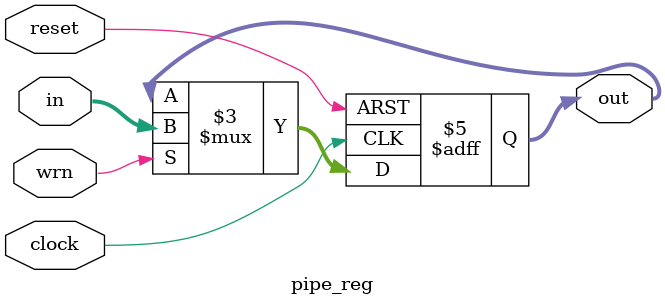
<source format=v>
module pipe_reg(
	input [31:0] in,
    input clock,
	input reset,
	input wrn,
	output reg [31:0]out
	);

	always @(posedge clock,negedge reset) 
	begin
    if(!reset)
		out <= 32'h0000_0000;
	else 
		if(wrn)
		out <= in;
	end
endmodule 
	   
	   
	
</source>
